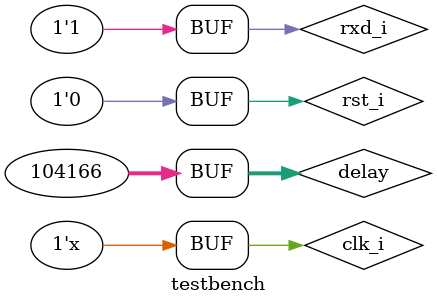
<source format=v>
`timescale 1ns / 1ps

module testbench;

    reg clk_i = 0;
    reg rst_i = 0;
    reg rxd_i = 1;
    wire xd_o;
    //wire pclk;
    
    //wire [1:8] data;
    
    

    rs232 uut (
        .clk_i(clk_i),
        //.pclk_o(pclk),
        .rst_i(rst_i),
        .RXD_i(rxd_i),
        .TXD_o(xd_o)
        //.datas(data)       
    );
  
    integer delay = 104166;  
    
    always begin
        #5;
        clk_i <= ~clk_i;
    end


    initial begin
        rxd_i = 1;
        #delay;
        rxd_i = 1;
        #delay;
        rxd_i = 0;
        #delay;
        rxd_i = 1;
        #delay;
        rxd_i = 0;
        #delay;
        rxd_i = 1;
        #delay;
        rxd_i = 1;
        #delay;
        rxd_i = 1;
        #delay;
        rxd_i = 0;
        #delay;
        rxd_i = 1;
        #delay;
        rxd_i = 0;
        #delay;
        rxd_i = 1;
        #3000000;
        rxd_i = 0;
        #delay;
        rxd_i = 1;
        #delay;
        rxd_i = 0;
        #delay;
        rxd_i = 1;
        #delay;
        rxd_i = 1;
        #delay;
        rxd_i = 1;
        #delay;
        rxd_i = 0;
        #delay;
        rxd_i = 1;
        #delay;
        rxd_i = 0;
        #delay;
        rxd_i = 1;
        #3000000; 
    end

endmodule


</source>
